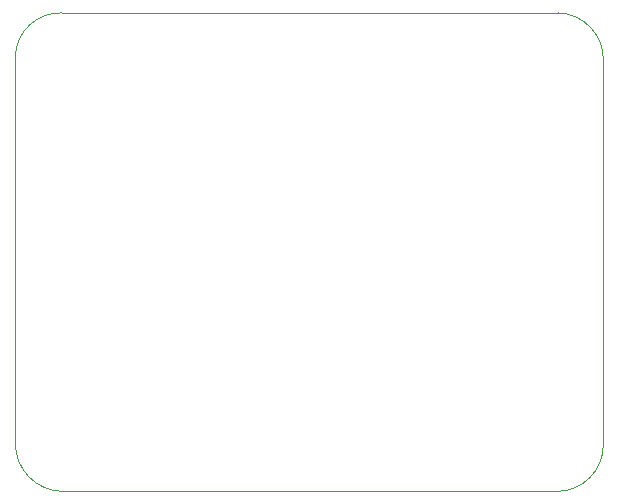
<source format=gbr>
G04 (created by PCBNEW (2013-07-07 BZR 4022)-stable) date 12/08/2014 12:32:08*
%MOIN*%
G04 Gerber Fmt 3.4, Leading zero omitted, Abs format*
%FSLAX34Y34*%
G01*
G70*
G90*
G04 APERTURE LIST*
%ADD10C,0.00590551*%
%ADD11C,0.00393701*%
G04 APERTURE END LIST*
G54D10*
G54D11*
X34650Y-23750D02*
X34650Y-10950D01*
X15050Y-10800D02*
X15050Y-23700D01*
X16600Y-9350D02*
X33150Y-9350D01*
X16600Y-25300D02*
X33100Y-25300D01*
X15050Y-23700D02*
G75*
G03X16650Y-25300I1600J0D01*
G74*
G01*
X33100Y-25300D02*
G75*
G03X34650Y-23750I0J1550D01*
G74*
G01*
X34650Y-10948D02*
G75*
G03X33148Y-9349I-1550J48D01*
G74*
G01*
X16599Y-9349D02*
G75*
G03X15049Y-10800I-49J-1500D01*
G74*
G01*
M02*

</source>
